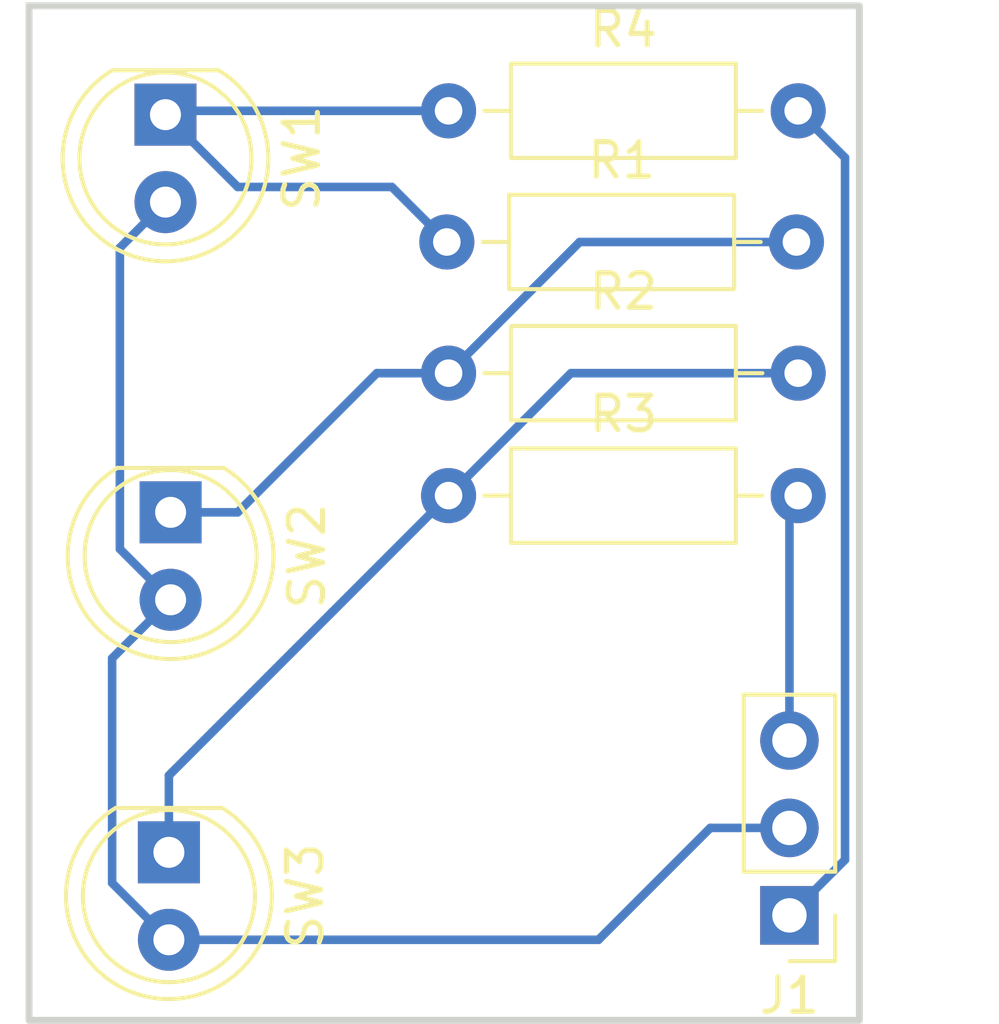
<source format=kicad_pcb>
(kicad_pcb (version 20221018) (generator pcbnew)
  (layers (0 "F.Cu" signal) (31 "B.Cu" signal) (34 "B.Paste" user) (35 "F.Paste" user) (36 "B.SilkS" user "B.Silkscreen") (37 "F.SilkS" user "F.Silkscreen") (38 "B.Mask" user) (39 "F.Mask" user) (44 "Edge.Cuts" user))
  (net 0 "")
  (net 1 "/VCC")
  (net 2 "/Analog_pin")
  (net 3 "/GND")
  (net 4 "Net-(R1-Pad1)")
  (net 5 "Net-(R1-Pad2)")
  (net 6 "Net-(R2-Pad2)")
  (footprint "LED_THT:LED_D5.0mm" (layer "F.Cu") (at 114.3 65.225 -90)
    (fp_text reference "SW3" (at 1.27 -3.96 90) (layer "F.SilkS"))
    (fp_text value "SW_Push")
    (fp_line (start -1.29 -1.545) (end -1.29 1.545) (stroke (width 0.12)) (layer "F.SilkS"))
    (fp_arc (start -1.29 -1.54483) (mid 2.072002 -2.880433) (end 4.26 0.000462) (stroke (width 0.12)) (layer "F.SilkS"))
    (fp_arc (start 4.26 -0.000462) (mid 2.072002 2.880433) (end -1.29 1.54483) (stroke (width 0.12)) (layer "F.SilkS"))
    (fp_circle (center 1.27 0) (end 3.77 0) (stroke (width 0.12)) (fill none) (layer "F.SilkS"))
    (pad "1" thru_hole rect (at 0 0 270) (size 1.8 1.8) (drill 0.9) (layers "*.Cu" "*.Mask") (net 6 "Net-(R2-Pad2)"))
    (pad "2" thru_hole circle (at 2.54 0 270) (size 1.8 1.8) (drill 0.9) (layers "*.Cu" "*.Mask") (net 2 "/Analog_pin"))
  )
  (footprint "Resistor_THT:R_Axial_DIN0207_L6.3mm_D2.5mm_P10.16mm_Horizontal" (layer "F.Cu") (at 122.3772 47.498)
    (fp_text reference "R1" (at 5.08 -2.37) (layer "F.SilkS"))
    (fp_text value "R220")
    (fp_line (start 1.04 0) (end 1.81 0) (stroke (width 0.12)) (layer "F.SilkS"))
    (fp_line (start 1.81 -1.37) (end 1.81 1.37) (stroke (width 0.12)) (layer "F.SilkS"))
    (fp_line (start 1.81 1.37) (end 8.35 1.37) (stroke (width 0.12)) (layer "F.SilkS"))
    (fp_line (start 8.35 -1.37) (end 1.81 -1.37) (stroke (width 0.12)) (layer "F.SilkS"))
    (fp_line (start 8.35 1.37) (end 8.35 -1.37) (stroke (width 0.12)) (layer "F.SilkS"))
    (fp_line (start 9.12 0) (end 8.35 0) (stroke (width 0.12)) (layer "F.SilkS"))
    (pad "1" thru_hole circle (at 0 0) (size 1.6 1.6) (drill 0.8) (layers "*.Cu" "*.Mask") (net 4 "Net-(R1-Pad1)"))
    (pad "2" thru_hole oval (at 10.16 0) (size 1.6 1.6) (drill 0.8) (layers "*.Cu" "*.Mask") (net 5 "Net-(R1-Pad2)"))
  )
  (footprint "LED_THT:LED_D5.0mm" (layer "F.Cu") (at 114.35 55.35 -90)
    (fp_text reference "SW2" (at 1.27 -3.96 90) (layer "F.SilkS"))
    (fp_text value "SW_Push")
    (fp_line (start -1.29 -1.545) (end -1.29 1.545) (stroke (width 0.12)) (layer "F.SilkS"))
    (fp_arc (start -1.29 -1.54483) (mid 2.072002 -2.880433) (end 4.26 0.000462) (stroke (width 0.12)) (layer "F.SilkS"))
    (fp_arc (start 4.26 -0.000462) (mid 2.072002 2.880433) (end -1.29 1.54483) (stroke (width 0.12)) (layer "F.SilkS"))
    (fp_circle (center 1.27 0) (end 3.77 0) (stroke (width 0.12)) (fill none) (layer "F.SilkS"))
    (pad "1" thru_hole rect (at 0 0 270) (size 1.8 1.8) (drill 0.9) (layers "*.Cu" "*.Mask") (net 5 "Net-(R1-Pad2)"))
    (pad "2" thru_hole circle (at 2.54 0 270) (size 1.8 1.8) (drill 0.9) (layers "*.Cu" "*.Mask") (net 2 "/Analog_pin"))
  )
  (footprint "LED_THT:LED_D5.0mm" (layer "F.Cu") (at 114.2 43.8 -90)
    (fp_text reference "SW1" (at 1.27 -3.96 90) (layer "F.SilkS"))
    (fp_text value "SW_Push")
    (fp_line (start -1.29 -1.545) (end -1.29 1.545) (stroke (width 0.12)) (layer "F.SilkS"))
    (fp_arc (start -1.29 -1.54483) (mid 2.072002 -2.880433) (end 4.26 0.000462) (stroke (width 0.12)) (layer "F.SilkS"))
    (fp_arc (start 4.26 -0.000462) (mid 2.072002 2.880433) (end -1.29 1.54483) (stroke (width 0.12)) (layer "F.SilkS"))
    (fp_circle (center 1.27 0) (end 3.77 0) (stroke (width 0.12)) (fill none) (layer "F.SilkS"))
    (pad "1" thru_hole rect (at 0 0 270) (size 1.8 1.8) (drill 0.9) (layers "*.Cu" "*.Mask") (net 4 "Net-(R1-Pad1)"))
    (pad "2" thru_hole circle (at 2.54 0 270) (size 1.8 1.8) (drill 0.9) (layers "*.Cu" "*.Mask") (net 2 "/Analog_pin"))
  )
  (footprint "Connector_PinHeader_2.54mm:PinHeader_1x03_P2.54mm_Vertical" (layer "F.Cu") (at 132.334 67.056 180)
    (fp_text reference "J1" (at 0 -2.33) (layer "F.SilkS"))
    (fp_text value "Connector_1x03")
    (fp_line (start -1.33 -1.33) (end 0 -1.33) (stroke (width 0.12)) (layer "F.SilkS"))
    (fp_line (start -1.33 0) (end -1.33 -1.33) (stroke (width 0.12)) (layer "F.SilkS"))
    (fp_line (start -1.33 1.27) (end -1.33 6.41) (stroke (width 0.12)) (layer "F.SilkS"))
    (fp_line (start -1.33 1.27) (end 1.33 1.27) (stroke (width 0.12)) (layer "F.SilkS"))
    (fp_line (start -1.33 6.41) (end 1.33 6.41) (stroke (width 0.12)) (layer "F.SilkS"))
    (fp_line (start 1.33 1.27) (end 1.33 6.41) (stroke (width 0.12)) (layer "F.SilkS"))
    (pad "1" thru_hole rect (at 0 0 180) (size 1.7 1.7) (drill 1) (layers "*.Cu" "*.Mask") (net 1 "/VCC"))
    (pad "2" thru_hole oval (at 0 2.54 180) (size 1.7 1.7) (drill 1) (layers "*.Cu" "*.Mask") (net 2 "/Analog_pin"))
    (pad "3" thru_hole oval (at 0 5.08 180) (size 1.7 1.7) (drill 1) (layers "*.Cu" "*.Mask") (net 3 "/GND"))
  )
  (footprint "Resistor_THT:R_Axial_DIN0207_L6.3mm_D2.5mm_P10.16mm_Horizontal" (layer "F.Cu") (at 122.428 51.308)
    (fp_text reference "R2" (at 5.08 -2.37) (layer "F.SilkS"))
    (fp_text value "R220")
    (fp_line (start 1.04 0) (end 1.81 0) (stroke (width 0.12)) (layer "F.SilkS"))
    (fp_line (start 1.81 -1.37) (end 1.81 1.37) (stroke (width 0.12)) (layer "F.SilkS"))
    (fp_line (start 1.81 1.37) (end 8.35 1.37) (stroke (width 0.12)) (layer "F.SilkS"))
    (fp_line (start 8.35 -1.37) (end 1.81 -1.37) (stroke (width 0.12)) (layer "F.SilkS"))
    (fp_line (start 8.35 1.37) (end 8.35 -1.37) (stroke (width 0.12)) (layer "F.SilkS"))
    (fp_line (start 9.12 0) (end 8.35 0) (stroke (width 0.12)) (layer "F.SilkS"))
    (pad "1" thru_hole circle (at 0 0) (size 1.6 1.6) (drill 0.8) (layers "*.Cu" "*.Mask") (net 5 "Net-(R1-Pad2)"))
    (pad "2" thru_hole oval (at 10.16 0) (size 1.6 1.6) (drill 0.8) (layers "*.Cu" "*.Mask") (net 6 "Net-(R2-Pad2)"))
  )
  (footprint "Resistor_THT:R_Axial_DIN0207_L6.3mm_D2.5mm_P10.16mm_Horizontal" (layer "F.Cu") (at 122.428 54.864)
    (fp_text reference "R3" (at 5.08 -2.37) (layer "F.SilkS"))
    (fp_text value "R220")
    (fp_line (start 1.04 0) (end 1.81 0) (stroke (width 0.12)) (layer "F.SilkS"))
    (fp_line (start 1.81 -1.37) (end 1.81 1.37) (stroke (width 0.12)) (layer "F.SilkS"))
    (fp_line (start 1.81 1.37) (end 8.35 1.37) (stroke (width 0.12)) (layer "F.SilkS"))
    (fp_line (start 8.35 -1.37) (end 1.81 -1.37) (stroke (width 0.12)) (layer "F.SilkS"))
    (fp_line (start 8.35 1.37) (end 8.35 -1.37) (stroke (width 0.12)) (layer "F.SilkS"))
    (fp_line (start 9.12 0) (end 8.35 0) (stroke (width 0.12)) (layer "F.SilkS"))
    (pad "1" thru_hole circle (at 0 0) (size 1.6 1.6) (drill 0.8) (layers "*.Cu" "*.Mask") (net 6 "Net-(R2-Pad2)"))
    (pad "2" thru_hole oval (at 10.16 0) (size 1.6 1.6) (drill 0.8) (layers "*.Cu" "*.Mask") (net 3 "/GND"))
  )
  (footprint "Resistor_THT:R_Axial_DIN0207_L6.3mm_D2.5mm_P10.16mm_Horizontal" (layer "F.Cu") (at 122.428 43.688)
    (fp_text reference "R4" (at 5.08 -2.37) (layer "F.SilkS"))
    (fp_text value "R330")
    (fp_line (start 1.04 0) (end 1.81 0) (stroke (width 0.12)) (layer "F.SilkS"))
    (fp_line (start 1.81 -1.37) (end 1.81 1.37) (stroke (width 0.12)) (layer "F.SilkS"))
    (fp_line (start 1.81 1.37) (end 8.35 1.37) (stroke (width 0.12)) (layer "F.SilkS"))
    (fp_line (start 8.35 -1.37) (end 1.81 -1.37) (stroke (width 0.12)) (layer "F.SilkS"))
    (fp_line (start 8.35 1.37) (end 8.35 -1.37) (stroke (width 0.12)) (layer "F.SilkS"))
    (fp_line (start 9.12 0) (end 8.35 0) (stroke (width 0.12)) (layer "F.SilkS"))
    (pad "1" thru_hole circle (at 0 0) (size 1.6 1.6) (drill 0.8) (layers "*.Cu" "*.Mask") (net 4 "Net-(R1-Pad1)"))
    (pad "2" thru_hole oval (at 10.16 0) (size 1.6 1.6) (drill 0.8) (layers "*.Cu" "*.Mask") (net 1 "/VCC"))
  )
  (gr_rect (start 110.236 40.64) (end 134.366 70.104) (stroke (width 0.2)) (fill none) (layer "Edge.Cuts"))
  (segment (start 133.95 65.44) (end 133.713 65.677) (width 0.25) (layer "B.Cu") (net 1))
  (segment (start 133.95 45.05) (end 133.95 65.44) (width 0.25) (layer "B.Cu") (net 1))
  (segment (start 132.588 43.688) (end 133.95 45.05) (width 0.25) (layer "B.Cu") (net 1))
  (segment (start 133.713 65.677) (end 132.334 67.056) (width 0.25) (layer "B.Cu") (net 1))
  (segment (start 112.65 66.115) (end 114.3 67.765) (width 0.25) (layer "B.Cu") (net 2))
  (segment (start 130.034 64.516) (end 132.334 64.516) (width 0.25) (layer "B.Cu") (net 2))
  (segment (start 126.785 67.765) (end 130.034 64.516) (width 0.25) (layer "B.Cu") (net 2))
  (segment (start 114.3 67.765) (end 126.785 67.765) (width 0.25) (layer "B.Cu") (net 2))
  (segment (start 112.875 47.665) (end 114.2 46.34) (width 0.25) (layer "B.Cu") (net 2))
  (segment (start 114.35 57.89) (end 112.65 59.59) (width 0.25) (layer "B.Cu") (net 2))
  (segment (start 112.875 56.415) (end 112.875 47.665) (width 0.25) (layer "B.Cu") (net 2))
  (segment (start 114.35 57.89) (end 112.875 56.415) (width 0.25) (layer "B.Cu") (net 2))
  (segment (start 112.65 59.59) (end 112.65 66.115) (width 0.25) (layer "B.Cu") (net 2))
  (segment (start 132.334 55.118) (end 132.588 54.864) (width 0.25) (layer "F.Cu") (net 3))
  (segment (start 132.334 55.118) (end 132.588 54.864) (width 0.25) (layer "B.Cu") (net 3))
  (segment (start 132.334 61.976) (end 132.334 55.118) (width 0.25) (layer "B.Cu") (net 3))
  (segment (start 114.2 43.8) (end 116.3 45.9) (width 0.25) (layer "B.Cu") (net 4))
  (segment (start 122.428 43.688) (end 114.312 43.688) (width 0.25) (layer "B.Cu") (net 4))
  (segment (start 122.428 43.688) (end 122.416 43.7) (width 0.25) (layer "B.Cu") (net 4))
  (segment (start 120.7792 45.9) (end 122.3772 47.498) (width 0.25) (layer "B.Cu") (net 4))
  (segment (start 116.3 45.9) (end 120.7792 45.9) (width 0.25) (layer "B.Cu") (net 4))
  (segment (start 114.312 43.688) (end 114.2 43.8) (width 0.25) (layer "B.Cu") (net 4))
  (segment (start 122.428 51.308) (end 120.342 51.308) (width 0.25) (layer "B.Cu") (net 5))
  (segment (start 120.342 51.308) (end 116.3 55.35) (width 0.25) (layer "B.Cu") (net 5))
  (segment (start 116.3 55.35) (end 114.35 55.35) (width 0.25) (layer "B.Cu") (net 5))
  (segment (start 126.238 47.498) (end 122.428 51.308) (width 0.25) (layer "B.Cu") (net 5))
  (segment (start 132.5372 47.498) (end 126.238 47.498) (width 0.25) (layer "B.Cu") (net 5))
  (segment (start 114.3 62.992) (end 122.428 54.864) (width 0.25) (layer "B.Cu") (net 6))
  (segment (start 132.588 51.308) (end 125.984 51.308) (width 0.25) (layer "B.Cu") (net 6))
  (segment (start 125.984 51.308) (end 122.428 54.864) (width 0.25) (layer "B.Cu") (net 6))
  (segment (start 114.3 65.225) (end 114.3 62.992) (width 0.25) (layer "B.Cu") (net 6))
)
</source>
